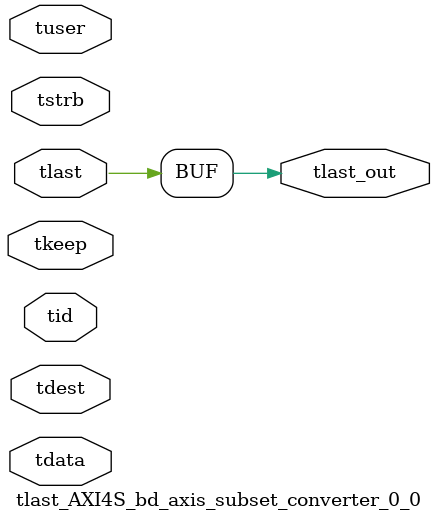
<source format=v>


`timescale 1ps/1ps

module tlast_AXI4S_bd_axis_subset_converter_0_0 #
(
parameter C_S_AXIS_TID_WIDTH   = 1,
parameter C_S_AXIS_TUSER_WIDTH = 0,
parameter C_S_AXIS_TDATA_WIDTH = 0,
parameter C_S_AXIS_TDEST_WIDTH = 0
)
(
input  [(C_S_AXIS_TID_WIDTH   == 0 ? 1 : C_S_AXIS_TID_WIDTH)-1:0       ] tid,
input  [(C_S_AXIS_TDATA_WIDTH == 0 ? 1 : C_S_AXIS_TDATA_WIDTH)-1:0     ] tdata,
input  [(C_S_AXIS_TUSER_WIDTH == 0 ? 1 : C_S_AXIS_TUSER_WIDTH)-1:0     ] tuser,
input  [(C_S_AXIS_TDEST_WIDTH == 0 ? 1 : C_S_AXIS_TDEST_WIDTH)-1:0     ] tdest,
input  [(C_S_AXIS_TDATA_WIDTH/8)-1:0 ] tkeep,
input  [(C_S_AXIS_TDATA_WIDTH/8)-1:0 ] tstrb,
input  [0:0]                                                             tlast,
output                                                                   tlast_out
);

assign tlast_out = {tlast};

endmodule


</source>
